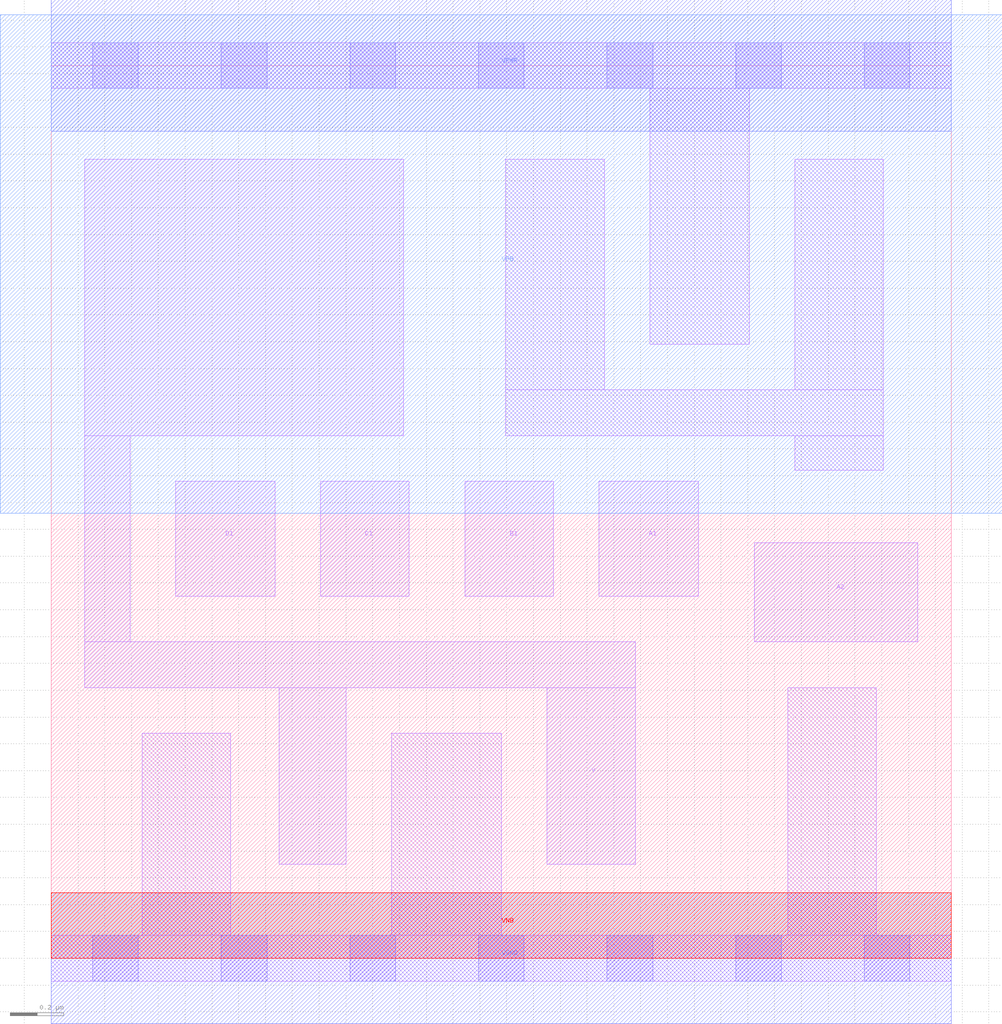
<source format=lef>
# Copyright 2020 The SkyWater PDK Authors
#
# Licensed under the Apache License, Version 2.0 (the "License");
# you may not use this file except in compliance with the License.
# You may obtain a copy of the License at
#
#     https://www.apache.org/licenses/LICENSE-2.0
#
# Unless required by applicable law or agreed to in writing, software
# distributed under the License is distributed on an "AS IS" BASIS,
# WITHOUT WARRANTIES OR CONDITIONS OF ANY KIND, either express or implied.
# See the License for the specific language governing permissions and
# limitations under the License.
#
# SPDX-License-Identifier: Apache-2.0

VERSION 5.7 ;
  NOWIREEXTENSIONATPIN ON ;
  DIVIDERCHAR "/" ;
  BUSBITCHARS "[]" ;
MACRO sky130_fd_sc_ms__a2111oi_1
  CLASS CORE ;
  FOREIGN sky130_fd_sc_ms__a2111oi_1 ;
  ORIGIN  0.000000  0.000000 ;
  SIZE  3.360000 BY  3.330000 ;
  SYMMETRY X Y ;
  SITE unit ;
  PIN A1
    ANTENNAGATEAREA  0.312600 ;
    DIRECTION INPUT ;
    USE SIGNAL ;
    PORT
      LAYER li1 ;
        RECT 2.045000 1.350000 2.415000 1.780000 ;
    END
  END A1
  PIN A2
    ANTENNAGATEAREA  0.312600 ;
    DIRECTION INPUT ;
    USE SIGNAL ;
    PORT
      LAYER li1 ;
        RECT 2.625000 1.180000 3.235000 1.550000 ;
    END
  END A2
  PIN B1
    ANTENNAGATEAREA  0.312600 ;
    DIRECTION INPUT ;
    USE SIGNAL ;
    PORT
      LAYER li1 ;
        RECT 1.545000 1.350000 1.875000 1.780000 ;
    END
  END B1
  PIN C1
    ANTENNAGATEAREA  0.312600 ;
    DIRECTION INPUT ;
    USE SIGNAL ;
    PORT
      LAYER li1 ;
        RECT 1.005000 1.350000 1.335000 1.780000 ;
    END
  END C1
  PIN D1
    ANTENNAGATEAREA  0.312600 ;
    DIRECTION INPUT ;
    USE SIGNAL ;
    PORT
      LAYER li1 ;
        RECT 0.465000 1.350000 0.835000 1.780000 ;
    END
  END D1
  PIN Y
    ANTENNADIFFAREA  0.705600 ;
    DIRECTION OUTPUT ;
    USE SIGNAL ;
    PORT
      LAYER li1 ;
        RECT 0.125000 1.010000 2.180000 1.180000 ;
        RECT 0.125000 1.180000 0.295000 1.950000 ;
        RECT 0.125000 1.950000 1.315000 2.980000 ;
        RECT 0.850000 0.350000 1.100000 1.010000 ;
        RECT 1.850000 0.350000 2.180000 1.010000 ;
    END
  END Y
  PIN VGND
    DIRECTION INOUT ;
    USE GROUND ;
    PORT
      LAYER met1 ;
        RECT 0.000000 -0.245000 3.360000 0.245000 ;
    END
  END VGND
  PIN VNB
    DIRECTION INOUT ;
    USE GROUND ;
    PORT
      LAYER pwell ;
        RECT 0.000000 0.000000 3.360000 0.245000 ;
    END
  END VNB
  PIN VPB
    DIRECTION INOUT ;
    USE POWER ;
    PORT
      LAYER nwell ;
        RECT -0.190000 1.660000 3.550000 3.520000 ;
    END
  END VPB
  PIN VPWR
    DIRECTION INOUT ;
    USE POWER ;
    PORT
      LAYER met1 ;
        RECT 0.000000 3.085000 3.360000 3.575000 ;
    END
  END VPWR
  OBS
    LAYER li1 ;
      RECT 0.000000 -0.085000 3.360000 0.085000 ;
      RECT 0.000000  3.245000 3.360000 3.415000 ;
      RECT 0.340000  0.085000 0.670000 0.840000 ;
      RECT 1.270000  0.085000 1.680000 0.840000 ;
      RECT 1.695000  1.950000 3.105000 2.120000 ;
      RECT 1.695000  2.120000 2.065000 2.980000 ;
      RECT 2.235000  2.290000 2.605000 3.245000 ;
      RECT 2.750000  0.085000 3.080000 1.010000 ;
      RECT 2.775000  1.820000 3.105000 1.950000 ;
      RECT 2.775000  2.120000 3.105000 2.980000 ;
    LAYER mcon ;
      RECT 0.155000 -0.085000 0.325000 0.085000 ;
      RECT 0.155000  3.245000 0.325000 3.415000 ;
      RECT 0.635000 -0.085000 0.805000 0.085000 ;
      RECT 0.635000  3.245000 0.805000 3.415000 ;
      RECT 1.115000 -0.085000 1.285000 0.085000 ;
      RECT 1.115000  3.245000 1.285000 3.415000 ;
      RECT 1.595000 -0.085000 1.765000 0.085000 ;
      RECT 1.595000  3.245000 1.765000 3.415000 ;
      RECT 2.075000 -0.085000 2.245000 0.085000 ;
      RECT 2.075000  3.245000 2.245000 3.415000 ;
      RECT 2.555000 -0.085000 2.725000 0.085000 ;
      RECT 2.555000  3.245000 2.725000 3.415000 ;
      RECT 3.035000 -0.085000 3.205000 0.085000 ;
      RECT 3.035000  3.245000 3.205000 3.415000 ;
  END
END sky130_fd_sc_ms__a2111oi_1
END LIBRARY

</source>
